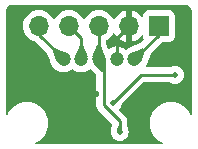
<source format=gbl>
G04 #@! TF.GenerationSoftware,KiCad,Pcbnew,8.0.5-8.0.5-0~ubuntu22.04.1*
G04 #@! TF.CreationDate,2024-10-20T20:35:37-07:00*
G04 #@! TF.ProjectId,uSlime_BNO085_Module,75536c69-6d65-45f4-924e-4f3038355f4d,rev?*
G04 #@! TF.SameCoordinates,Original*
G04 #@! TF.FileFunction,Copper,L2,Bot*
G04 #@! TF.FilePolarity,Positive*
%FSLAX46Y46*%
G04 Gerber Fmt 4.6, Leading zero omitted, Abs format (unit mm)*
G04 Created by KiCad (PCBNEW 8.0.5-8.0.5-0~ubuntu22.04.1) date 2024-10-20 20:35:37*
%MOMM*%
%LPD*%
G01*
G04 APERTURE LIST*
G04 #@! TA.AperFunction,ComponentPad*
%ADD10R,1.700000X1.700000*%
G04 #@! TD*
G04 #@! TA.AperFunction,ComponentPad*
%ADD11O,1.700000X1.700000*%
G04 #@! TD*
G04 #@! TA.AperFunction,ComponentPad*
%ADD12C,1.200000*%
G04 #@! TD*
G04 #@! TA.AperFunction,ViaPad*
%ADD13C,0.600000*%
G04 #@! TD*
G04 #@! TA.AperFunction,ViaPad*
%ADD14C,0.500000*%
G04 #@! TD*
G04 #@! TA.AperFunction,Conductor*
%ADD15C,0.254000*%
G04 #@! TD*
G04 APERTURE END LIST*
D10*
X114075000Y-91650000D03*
D11*
X111535000Y-91650000D03*
X108995000Y-91650000D03*
X106455000Y-91650000D03*
X103915000Y-91650000D03*
D12*
X112005000Y-94500000D03*
X110505000Y-94500000D03*
X109005000Y-94500000D03*
X107505000Y-94500000D03*
X106005000Y-94500000D03*
D13*
X104800000Y-95750000D03*
X108752600Y-97400000D03*
D14*
X110750000Y-100650000D03*
X115450000Y-95800000D03*
X110173070Y-98153070D03*
D15*
X110505000Y-94500000D02*
X110505000Y-92680000D01*
X110505000Y-92680000D02*
X111535000Y-91650000D01*
X114075000Y-92430000D02*
X114075000Y-91650000D01*
X112005000Y-94500000D02*
X114075000Y-92430000D01*
X106005000Y-94500000D02*
X103915000Y-92410000D01*
X103915000Y-92410000D02*
X103915000Y-91650000D01*
X107505000Y-92700000D02*
X106455000Y-91650000D01*
X107505000Y-94500000D02*
X107505000Y-92700000D01*
X109400000Y-98350000D02*
X110750000Y-99700000D01*
X110750000Y-99700000D02*
X110750000Y-100650000D01*
X109400000Y-94895000D02*
X109400000Y-98350000D01*
X109005000Y-94500000D02*
X109005000Y-91660000D01*
X109005000Y-91660000D02*
X108995000Y-91650000D01*
X109005000Y-94500000D02*
X109400000Y-94895000D01*
X112526140Y-95800000D02*
X115450000Y-95800000D01*
X110173070Y-98153070D02*
X112526140Y-95800000D01*
G04 #@! TA.AperFunction,Conductor*
G36*
X111785000Y-92980634D02*
G01*
X111998483Y-92923433D01*
X111998488Y-92923431D01*
X112212577Y-92823601D01*
X112212589Y-92823594D01*
X112406072Y-92688114D01*
X112406079Y-92688108D01*
X112573108Y-92521079D01*
X112635361Y-92432173D01*
X112666991Y-92412022D01*
X112703605Y-92420139D01*
X112723756Y-92451769D01*
X112724500Y-92460277D01*
X112724500Y-92547879D01*
X112730907Y-92607478D01*
X112730909Y-92607483D01*
X112761124Y-92688495D01*
X112781205Y-92742333D01*
X112796021Y-92762125D01*
X112805295Y-92798463D01*
X112791442Y-92826137D01*
X112500356Y-93117223D01*
X112483454Y-93128249D01*
X111890546Y-93358615D01*
X111603387Y-93470186D01*
X111601663Y-93470870D01*
X111596162Y-93473056D01*
X111596041Y-93473105D01*
X111564440Y-93488064D01*
X111544704Y-93497406D01*
X111544702Y-93497406D01*
X111542907Y-93498257D01*
X111537420Y-93500944D01*
X111512367Y-93510649D01*
X111338954Y-93618022D01*
X111287637Y-93664802D01*
X111252363Y-93677538D01*
X111221616Y-93664801D01*
X111170742Y-93618423D01*
X110997409Y-93511099D01*
X110807325Y-93437461D01*
X110606928Y-93400000D01*
X110403072Y-93400000D01*
X110202674Y-93437461D01*
X110012590Y-93511099D01*
X109875635Y-93595898D01*
X109838621Y-93601935D01*
X109808179Y-93580032D01*
X109805002Y-93573997D01*
X109636656Y-93191709D01*
X109632500Y-93171961D01*
X109632500Y-92874057D01*
X109646852Y-92839409D01*
X109660789Y-92829649D01*
X109672830Y-92824035D01*
X109672836Y-92824030D01*
X109672840Y-92824029D01*
X109866395Y-92688499D01*
X109866401Y-92688495D01*
X110033495Y-92521401D01*
X110082252Y-92451769D01*
X110169029Y-92327840D01*
X110169031Y-92327834D01*
X110169035Y-92327830D01*
X110220868Y-92216674D01*
X110248517Y-92191338D01*
X110285984Y-92192974D01*
X110309685Y-92216675D01*
X110361399Y-92327577D01*
X110361405Y-92327589D01*
X110496885Y-92521072D01*
X110496891Y-92521079D01*
X110663920Y-92688108D01*
X110663927Y-92688114D01*
X110857410Y-92823594D01*
X110857422Y-92823601D01*
X111071511Y-92923431D01*
X111071516Y-92923433D01*
X111285000Y-92980634D01*
X111285000Y-92083012D01*
X111342007Y-92115925D01*
X111469174Y-92150000D01*
X111600826Y-92150000D01*
X111727993Y-92115925D01*
X111785000Y-92083012D01*
X111785000Y-92980634D01*
G37*
G04 #@! TD.AperFunction*
G04 #@! TA.AperFunction,Conductor*
G36*
X116280632Y-89857573D02*
G01*
X116281149Y-89857607D01*
X116284100Y-89857607D01*
X116284104Y-89857608D01*
X116347245Y-89857607D01*
X116352732Y-89857915D01*
X116392477Y-89862393D01*
X116455661Y-89869512D01*
X116466357Y-89871953D01*
X116561507Y-89905247D01*
X116571392Y-89910007D01*
X116650120Y-89959475D01*
X116656754Y-89963643D01*
X116665333Y-89970485D01*
X116736614Y-90041766D01*
X116743456Y-90050345D01*
X116797092Y-90135707D01*
X116801852Y-90145593D01*
X116835145Y-90240741D01*
X116837587Y-90251438D01*
X116849184Y-90354368D01*
X116849492Y-90359854D01*
X116849492Y-90425991D01*
X116849493Y-90426008D01*
X116849497Y-99172389D01*
X116835145Y-99207037D01*
X116800497Y-99221389D01*
X116765849Y-99207037D01*
X116755227Y-99191140D01*
X116718284Y-99101951D01*
X116600273Y-98897550D01*
X116600270Y-98897546D01*
X116600264Y-98897537D01*
X116456596Y-98710306D01*
X116456586Y-98710294D01*
X116289705Y-98543413D01*
X116289693Y-98543403D01*
X116102462Y-98399735D01*
X116102447Y-98399725D01*
X115898050Y-98281716D01*
X115679996Y-98191395D01*
X115679986Y-98191391D01*
X115452025Y-98130309D01*
X115452018Y-98130308D01*
X115452014Y-98130307D01*
X115218011Y-98099500D01*
X114981989Y-98099500D01*
X114747986Y-98130307D01*
X114747982Y-98130307D01*
X114747974Y-98130309D01*
X114520013Y-98191391D01*
X114520003Y-98191395D01*
X114301949Y-98281716D01*
X114097552Y-98399725D01*
X114097537Y-98399735D01*
X113910306Y-98543403D01*
X113910294Y-98543413D01*
X113743413Y-98710294D01*
X113743403Y-98710306D01*
X113599735Y-98897537D01*
X113599725Y-98897552D01*
X113481716Y-99101949D01*
X113391395Y-99320003D01*
X113391391Y-99320013D01*
X113330309Y-99547974D01*
X113330307Y-99547982D01*
X113330307Y-99547986D01*
X113299500Y-99781989D01*
X113299500Y-100018011D01*
X113330307Y-100252014D01*
X113330308Y-100252018D01*
X113330309Y-100252025D01*
X113391391Y-100479986D01*
X113391395Y-100479996D01*
X113481716Y-100698050D01*
X113599725Y-100902447D01*
X113599735Y-100902462D01*
X113743403Y-101089693D01*
X113743413Y-101089705D01*
X113910294Y-101256586D01*
X113910306Y-101256596D01*
X114097537Y-101400264D01*
X114097552Y-101400274D01*
X114301949Y-101518283D01*
X114391146Y-101555230D01*
X114417664Y-101581749D01*
X114417664Y-101619252D01*
X114391145Y-101645770D01*
X114372394Y-101649500D01*
X103627606Y-101649500D01*
X103592958Y-101635148D01*
X103578606Y-101600500D01*
X103592958Y-101565852D01*
X103608854Y-101555230D01*
X103624028Y-101548944D01*
X103698049Y-101518284D01*
X103902450Y-101400273D01*
X104089699Y-101256592D01*
X104256592Y-101089699D01*
X104400273Y-100902450D01*
X104518284Y-100698049D01*
X104608606Y-100479993D01*
X104619331Y-100439969D01*
X104669690Y-100252025D01*
X104669689Y-100252025D01*
X104669693Y-100252014D01*
X104700500Y-100018011D01*
X104700500Y-99781989D01*
X104669693Y-99547986D01*
X104661381Y-99516965D01*
X104608608Y-99320013D01*
X104608604Y-99320003D01*
X104547462Y-99172394D01*
X104518284Y-99101951D01*
X104400273Y-98897550D01*
X104400270Y-98897546D01*
X104400264Y-98897537D01*
X104256596Y-98710306D01*
X104256586Y-98710294D01*
X104089705Y-98543413D01*
X104089693Y-98543403D01*
X103902462Y-98399735D01*
X103902447Y-98399725D01*
X103698050Y-98281716D01*
X103479996Y-98191395D01*
X103479986Y-98191391D01*
X103252025Y-98130309D01*
X103252018Y-98130308D01*
X103252014Y-98130307D01*
X103018011Y-98099500D01*
X102781989Y-98099500D01*
X102547986Y-98130307D01*
X102547982Y-98130307D01*
X102547974Y-98130309D01*
X102320013Y-98191391D01*
X102320003Y-98191395D01*
X102101949Y-98281716D01*
X101897552Y-98399725D01*
X101897537Y-98399735D01*
X101710306Y-98543403D01*
X101710294Y-98543413D01*
X101543413Y-98710294D01*
X101543403Y-98710306D01*
X101399735Y-98897537D01*
X101399725Y-98897552D01*
X101281716Y-99101949D01*
X101244770Y-99191146D01*
X101218251Y-99217664D01*
X101180748Y-99217664D01*
X101154230Y-99191145D01*
X101150500Y-99172394D01*
X101150500Y-91650000D01*
X102559341Y-91650000D01*
X102579937Y-91885410D01*
X102579938Y-91885416D01*
X102641094Y-92113655D01*
X102641095Y-92113660D01*
X102740963Y-92327828D01*
X102740970Y-92327840D01*
X102876500Y-92521395D01*
X102876506Y-92521402D01*
X103043597Y-92688493D01*
X103043604Y-92688499D01*
X103237159Y-92824029D01*
X103237171Y-92824036D01*
X103277499Y-92842841D01*
X103451337Y-92923903D01*
X103451339Y-92923903D01*
X103451342Y-92923905D01*
X103561797Y-92953500D01*
X103583763Y-92966182D01*
X104622223Y-94004642D01*
X104633249Y-94021544D01*
X104831293Y-94531264D01*
X104891271Y-94685633D01*
X104975161Y-94901548D01*
X104975180Y-94901596D01*
X104977298Y-94906958D01*
X104977380Y-94907162D01*
X104977390Y-94907183D01*
X105002404Y-94960292D01*
X105002410Y-94960301D01*
X105007010Y-94966464D01*
X105011605Y-94973932D01*
X105065325Y-95081818D01*
X105065326Y-95081820D01*
X105065327Y-95081821D01*
X105093814Y-95119544D01*
X105188233Y-95244576D01*
X105188236Y-95244579D01*
X105338954Y-95381977D01*
X105338955Y-95381978D01*
X105338959Y-95381981D01*
X105512363Y-95489348D01*
X105702544Y-95563024D01*
X105903024Y-95600500D01*
X105903026Y-95600500D01*
X106106974Y-95600500D01*
X106106976Y-95600500D01*
X106307456Y-95563024D01*
X106497637Y-95489348D01*
X106671041Y-95381981D01*
X106721990Y-95335534D01*
X106757262Y-95322798D01*
X106788008Y-95335533D01*
X106838959Y-95381981D01*
X107012363Y-95489348D01*
X107202544Y-95563024D01*
X107403024Y-95600500D01*
X107403026Y-95600500D01*
X107606974Y-95600500D01*
X107606976Y-95600500D01*
X107807456Y-95563024D01*
X107997637Y-95489348D01*
X108171041Y-95381981D01*
X108219149Y-95338123D01*
X108254420Y-95325388D01*
X108284834Y-95337822D01*
X108756178Y-95759659D01*
X108772425Y-95793460D01*
X108772500Y-95796172D01*
X108772500Y-98288197D01*
X108772500Y-98411803D01*
X108786216Y-98480759D01*
X108796613Y-98533032D01*
X108796615Y-98533038D01*
X108819216Y-98587600D01*
X108819216Y-98587601D01*
X108843915Y-98647230D01*
X108885291Y-98709153D01*
X108912588Y-98750007D01*
X110108148Y-99945567D01*
X110122500Y-99980215D01*
X110122500Y-100060405D01*
X110120956Y-100072608D01*
X110031986Y-100418599D01*
X110027905Y-100435691D01*
X110027904Y-100435698D01*
X110027854Y-100436380D01*
X110027636Y-100437423D01*
X110027605Y-100437626D01*
X110027594Y-100437624D01*
X110025241Y-100448916D01*
X110013688Y-100481935D01*
X110013687Y-100481941D01*
X109994751Y-100650000D01*
X110013687Y-100818059D01*
X110069544Y-100977690D01*
X110159523Y-101120890D01*
X110279110Y-101240477D01*
X110422310Y-101330456D01*
X110581941Y-101386313D01*
X110750000Y-101405249D01*
X110918059Y-101386313D01*
X111077690Y-101330456D01*
X111220890Y-101240477D01*
X111340477Y-101120890D01*
X111430456Y-100977690D01*
X111486313Y-100818059D01*
X111505249Y-100650000D01*
X111486313Y-100481941D01*
X111471625Y-100439968D01*
X111469166Y-100429107D01*
X111468022Y-100418640D01*
X111468021Y-100418638D01*
X111379044Y-100072610D01*
X111377500Y-100060407D01*
X111377500Y-99638197D01*
X111377499Y-99638193D01*
X111353385Y-99516965D01*
X111306083Y-99402767D01*
X111237411Y-99299992D01*
X111150008Y-99212589D01*
X110697111Y-98759692D01*
X110682759Y-98725044D01*
X110697111Y-98690396D01*
X110763547Y-98623960D01*
X110853526Y-98480760D01*
X110909383Y-98321129D01*
X110909615Y-98319067D01*
X110923658Y-98289899D01*
X112771707Y-96441852D01*
X112806355Y-96427500D01*
X115023914Y-96427500D01*
X115049984Y-96435011D01*
X115122305Y-96480454D01*
X115122309Y-96480455D01*
X115122310Y-96480456D01*
X115281941Y-96536313D01*
X115450000Y-96555249D01*
X115618059Y-96536313D01*
X115777690Y-96480456D01*
X115920890Y-96390477D01*
X116040477Y-96270890D01*
X116130456Y-96127690D01*
X116186313Y-95968059D01*
X116205249Y-95800000D01*
X116186313Y-95631941D01*
X116130456Y-95472310D01*
X116040477Y-95329110D01*
X115920890Y-95209523D01*
X115777690Y-95119544D01*
X115618059Y-95063687D01*
X115618055Y-95063686D01*
X115618053Y-95063686D01*
X115450000Y-95044751D01*
X115281946Y-95063686D01*
X115281937Y-95063688D01*
X115122305Y-95119545D01*
X115049984Y-95164989D01*
X115023914Y-95172500D01*
X112974600Y-95172500D01*
X112939952Y-95158148D01*
X112925600Y-95123500D01*
X112935498Y-95093970D01*
X112944673Y-95081821D01*
X113030860Y-94908731D01*
X113032004Y-94906574D01*
X113034838Y-94901549D01*
X113376750Y-94021541D01*
X113387773Y-94004644D01*
X114377567Y-93014851D01*
X114412215Y-93000499D01*
X114972878Y-93000499D01*
X115032478Y-92994092D01*
X115032479Y-92994091D01*
X115032483Y-92994091D01*
X115167331Y-92943796D01*
X115282546Y-92857546D01*
X115368796Y-92742331D01*
X115419091Y-92607483D01*
X115419091Y-92607481D01*
X115419092Y-92607479D01*
X115425499Y-92547879D01*
X115425500Y-92547873D01*
X115425499Y-90752128D01*
X115425499Y-90752127D01*
X115425499Y-90752120D01*
X115419092Y-90692521D01*
X115389017Y-90611885D01*
X115368796Y-90557669D01*
X115282546Y-90442454D01*
X115194534Y-90376568D01*
X115167333Y-90356205D01*
X115167331Y-90356204D01*
X115122381Y-90339439D01*
X115032479Y-90305907D01*
X114972879Y-90299500D01*
X113177120Y-90299500D01*
X113117521Y-90305907D01*
X112982666Y-90356205D01*
X112867454Y-90442454D01*
X112781205Y-90557666D01*
X112730907Y-90692520D01*
X112724500Y-90752120D01*
X112724500Y-90839721D01*
X112710148Y-90874369D01*
X112675500Y-90888721D01*
X112640852Y-90874369D01*
X112635362Y-90867826D01*
X112573114Y-90778927D01*
X112573108Y-90778920D01*
X112406079Y-90611891D01*
X112406072Y-90611885D01*
X112212589Y-90476405D01*
X112212577Y-90476398D01*
X111998488Y-90376568D01*
X111998483Y-90376566D01*
X111785000Y-90319363D01*
X111785000Y-91216988D01*
X111727993Y-91184075D01*
X111600826Y-91150000D01*
X111469174Y-91150000D01*
X111342007Y-91184075D01*
X111285000Y-91216988D01*
X111285000Y-90319363D01*
X111284999Y-90319363D01*
X111071516Y-90376566D01*
X111071511Y-90376567D01*
X110857423Y-90476398D01*
X110857411Y-90476405D01*
X110663927Y-90611885D01*
X110663920Y-90611891D01*
X110496891Y-90778920D01*
X110496885Y-90778927D01*
X110361405Y-90972411D01*
X110361398Y-90972423D01*
X110309685Y-91083324D01*
X110282035Y-91108661D01*
X110244568Y-91107025D01*
X110220867Y-91083324D01*
X110169036Y-90972172D01*
X110169028Y-90972160D01*
X110033499Y-90778604D01*
X110033493Y-90778597D01*
X109866402Y-90611506D01*
X109866395Y-90611500D01*
X109672840Y-90475970D01*
X109672828Y-90475963D01*
X109458660Y-90376095D01*
X109458655Y-90376094D01*
X109230416Y-90314938D01*
X109230410Y-90314937D01*
X108995000Y-90294341D01*
X108759589Y-90314937D01*
X108759583Y-90314938D01*
X108531344Y-90376094D01*
X108531339Y-90376095D01*
X108317172Y-90475963D01*
X108317160Y-90475971D01*
X108123604Y-90611500D01*
X108123597Y-90611506D01*
X107956506Y-90778597D01*
X107956500Y-90778604D01*
X107820971Y-90972160D01*
X107820963Y-90972172D01*
X107769409Y-91082732D01*
X107741759Y-91108069D01*
X107704292Y-91106433D01*
X107680591Y-91082732D01*
X107629036Y-90972172D01*
X107629028Y-90972160D01*
X107493499Y-90778604D01*
X107493493Y-90778597D01*
X107326402Y-90611506D01*
X107326395Y-90611500D01*
X107132840Y-90475970D01*
X107132828Y-90475963D01*
X106918660Y-90376095D01*
X106918655Y-90376094D01*
X106690416Y-90314938D01*
X106690410Y-90314937D01*
X106455000Y-90294341D01*
X106219589Y-90314937D01*
X106219583Y-90314938D01*
X105991344Y-90376094D01*
X105991339Y-90376095D01*
X105777172Y-90475963D01*
X105777160Y-90475971D01*
X105583604Y-90611500D01*
X105583597Y-90611506D01*
X105416506Y-90778597D01*
X105416500Y-90778604D01*
X105280971Y-90972160D01*
X105280963Y-90972172D01*
X105229409Y-91082732D01*
X105201759Y-91108069D01*
X105164292Y-91106433D01*
X105140591Y-91082732D01*
X105089036Y-90972172D01*
X105089028Y-90972160D01*
X104953499Y-90778604D01*
X104953493Y-90778597D01*
X104786402Y-90611506D01*
X104786395Y-90611500D01*
X104592840Y-90475970D01*
X104592828Y-90475963D01*
X104378660Y-90376095D01*
X104378655Y-90376094D01*
X104150416Y-90314938D01*
X104150410Y-90314937D01*
X103915000Y-90294341D01*
X103679589Y-90314937D01*
X103679583Y-90314938D01*
X103451344Y-90376094D01*
X103451339Y-90376095D01*
X103237172Y-90475963D01*
X103237160Y-90475971D01*
X103043604Y-90611500D01*
X103043597Y-90611506D01*
X102876506Y-90778597D01*
X102876500Y-90778604D01*
X102740971Y-90972160D01*
X102740963Y-90972172D01*
X102641095Y-91186339D01*
X102641094Y-91186344D01*
X102579938Y-91414583D01*
X102579937Y-91414589D01*
X102559341Y-91650000D01*
X101150500Y-91650000D01*
X101150500Y-90352752D01*
X101150808Y-90347266D01*
X101156190Y-90299500D01*
X101162406Y-90244332D01*
X101164848Y-90233637D01*
X101198145Y-90138477D01*
X101202897Y-90128610D01*
X101256541Y-90043235D01*
X101263375Y-90034666D01*
X101334666Y-89963375D01*
X101343235Y-89956541D01*
X101428610Y-89902897D01*
X101438477Y-89898145D01*
X101533640Y-89864847D01*
X101544330Y-89862406D01*
X101647262Y-89850808D01*
X101652758Y-89850501D01*
X116280632Y-89857573D01*
G37*
G04 #@! TD.AperFunction*
G04 #@! TA.AperFunction,Conductor*
G36*
X112765563Y-93564631D02*
G01*
X112769121Y-93567066D01*
X112937933Y-93735878D01*
X112941360Y-93744151D01*
X112940566Y-93748388D01*
X112563653Y-94718477D01*
X112557462Y-94724948D01*
X112548510Y-94725146D01*
X112548286Y-94725056D01*
X112008792Y-94502562D01*
X112002451Y-94496240D01*
X112002437Y-94496207D01*
X111779943Y-93956713D01*
X111779957Y-93947758D01*
X111786298Y-93941436D01*
X111786458Y-93941371D01*
X112756613Y-93564433D01*
X112765563Y-93564631D01*
G37*
G04 #@! TD.AperFunction*
G04 #@! TA.AperFunction,Conductor*
G36*
X105253384Y-93564432D02*
G01*
X106223477Y-93941346D01*
X106229948Y-93947537D01*
X106230146Y-93956489D01*
X106230056Y-93956713D01*
X106007562Y-94496207D01*
X106001240Y-94502548D01*
X106001207Y-94502562D01*
X105461713Y-94725056D01*
X105452758Y-94725042D01*
X105446436Y-94718701D01*
X105446346Y-94718477D01*
X105362456Y-94502562D01*
X105069433Y-93748386D01*
X105069631Y-93739436D01*
X105072063Y-93735881D01*
X105240879Y-93567065D01*
X105249151Y-93563639D01*
X105253384Y-93564432D01*
G37*
G04 #@! TD.AperFunction*
G04 #@! TA.AperFunction,Conductor*
G36*
X107632641Y-93303427D02*
G01*
X107635076Y-93306985D01*
X108054514Y-94259460D01*
X108054712Y-94268412D01*
X108048521Y-94274883D01*
X108048300Y-94274977D01*
X107509494Y-94499130D01*
X107500539Y-94499144D01*
X107500506Y-94499130D01*
X106961699Y-94274977D01*
X106955377Y-94268636D01*
X106955391Y-94259681D01*
X106955485Y-94259460D01*
X107374924Y-93306985D01*
X107381395Y-93300794D01*
X107385632Y-93300000D01*
X107624368Y-93300000D01*
X107632641Y-93303427D01*
G37*
G04 #@! TD.AperFunction*
G04 #@! TA.AperFunction,Conductor*
G36*
X110876201Y-100153427D02*
G01*
X110879259Y-100158786D01*
X110978449Y-100544528D01*
X110977191Y-100553394D01*
X110971635Y-100558235D01*
X110754517Y-100649109D01*
X110745563Y-100649142D01*
X110745483Y-100649109D01*
X110528364Y-100558235D01*
X110522055Y-100551879D01*
X110521550Y-100544528D01*
X110620741Y-100158786D01*
X110626120Y-100151627D01*
X110632072Y-100150000D01*
X110867928Y-100150000D01*
X110876201Y-100153427D01*
G37*
G04 #@! TD.AperFunction*
G04 #@! TA.AperFunction,Conductor*
G36*
X109592415Y-94499979D02*
G01*
X109600682Y-94503420D01*
X109604095Y-94511699D01*
X109604062Y-94512551D01*
X109527809Y-95532990D01*
X109523776Y-95540985D01*
X109516142Y-95543818D01*
X109277471Y-95543818D01*
X109269668Y-95540836D01*
X108589939Y-94932500D01*
X108586060Y-94924429D01*
X108589024Y-94915979D01*
X108589432Y-94915546D01*
X109001563Y-94502444D01*
X109009830Y-94499008D01*
X109592415Y-94499979D01*
G37*
G04 #@! TD.AperFunction*
G04 #@! TA.AperFunction,Conductor*
G36*
X109132641Y-93303427D02*
G01*
X109135076Y-93306985D01*
X109554514Y-94259460D01*
X109554712Y-94268412D01*
X109548521Y-94274883D01*
X109548300Y-94274977D01*
X109009494Y-94499130D01*
X109000539Y-94499144D01*
X109000506Y-94499130D01*
X108461699Y-94274977D01*
X108455377Y-94268636D01*
X108455391Y-94259681D01*
X108455485Y-94259460D01*
X108874924Y-93306985D01*
X108881395Y-93300794D01*
X108885632Y-93300000D01*
X109124368Y-93300000D01*
X109132641Y-93303427D01*
G37*
G04 #@! TD.AperFunction*
M02*

</source>
